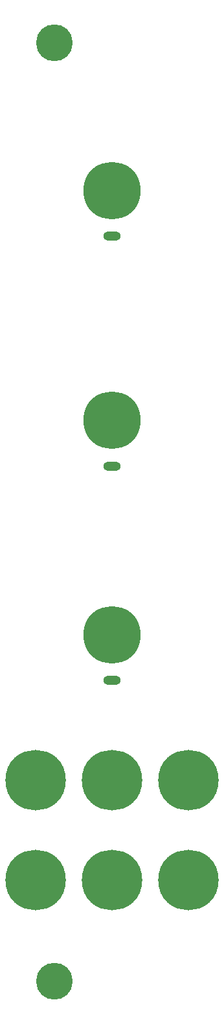
<source format=gbr>
G04 #@! TF.GenerationSoftware,KiCad,Pcbnew,5.1.10-88a1d61d58~88~ubuntu20.04.1*
G04 #@! TF.CreationDate,2021-04-30T11:17:43-07:00*
G04 #@! TF.ProjectId,reaper_panel,72656170-6572-45f7-9061-6e656c2e6b69,rev?*
G04 #@! TF.SameCoordinates,Original*
G04 #@! TF.FileFunction,Soldermask,Bot*
G04 #@! TF.FilePolarity,Negative*
%FSLAX46Y46*%
G04 Gerber Fmt 4.6, Leading zero omitted, Abs format (unit mm)*
G04 Created by KiCad (PCBNEW 5.1.10-88a1d61d58~88~ubuntu20.04.1) date 2021-04-30 11:17:43*
%MOMM*%
%LPD*%
G01*
G04 APERTURE LIST*
%ADD10O,2.300000X1.200000*%
%ADD11C,7.500000*%
%ADD12C,7.900000*%
%ADD13C,4.800000*%
G04 APERTURE END LIST*
D10*
X-14000000Y91000000D03*
D11*
X-14000000Y97000000D03*
D10*
X-14000000Y60977500D03*
D11*
X-14000000Y66977500D03*
D10*
X-14000000Y33000000D03*
D11*
X-14000000Y39000000D03*
D12*
X-24000000Y7000000D03*
X-4000000Y7000000D03*
X-14000000Y7000000D03*
X-4000000Y20000000D03*
X-14000000Y20000000D03*
X-24000000Y20000000D03*
D13*
X-21500000Y116250000D03*
X-21500000Y-6250000D03*
M02*

</source>
